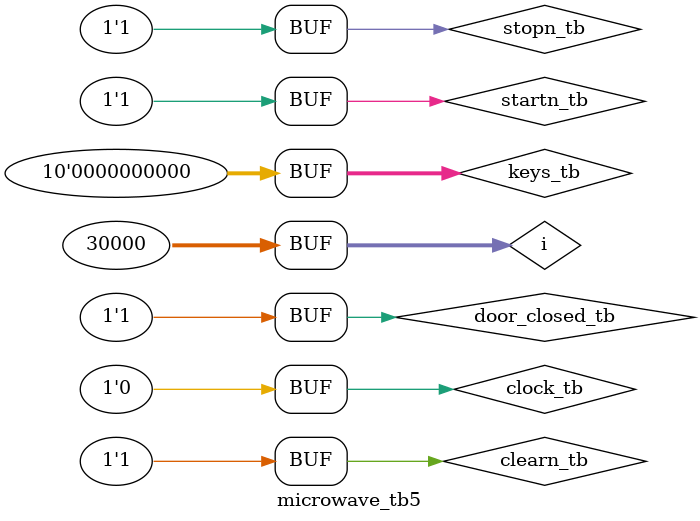
<source format=v>
`timescale 1ms / 1ms
`include "microwave.v"

module microwave_tb5();
    // Inputs
    reg startn_tb, stopn_tb, clearn_tb, door_closed_tb, clock_tb;
    reg [9:0] keys_tb;

    // Outputs
    wire mag_on_tb;
    wire [6:0] ssec_ones_tb;
    wire [6:0] ssec_tens_tb;
    wire [6:0] smin_tb;
    
    // Instantiate the Unit Under Test (UUT)
    microwave DUT (.startn(startn_tb), .stopn(stopn_tb), .clearn(clearn_tb),
                    .door_closed(door_closed_tb), .clock(clock_tb), .keys(keys_tb),
                    .mag_on(mag_on_tb), .ssec_ones(ssec_ones_tb), .ssec_tens(ssec_tens_tb), .smin(smin_tb));
    
    integer i;
    
    // clock generator
    initial 
        begin
            $dumpfile("microwave_tb5.vcd");
			$dumpvars(0,microwave_tb5);

               
            // Initialize Inputs
            clock_tb = 0; 
                    
            // create input clock 100Hz
            for (i = 0; i < 30000; i = i + 1) 
                #5 clock_tb = ~clock_tb;
                

        end
    
    // test cases

    initial
        begin
            startn_tb = 0; stopn_tb = 1; clearn_tb = 1; door_closed_tb = 1;
            #1 stopn_tb = 0; 
            #1;
            // condição inicial nenhuma chave presisonada e porta fechada
            startn_tb = 1; stopn_tb = 1; clearn_tb = 1; door_closed_tb = 1;
            //insere o dígito 
            keys_tb = 10'b0000000010; // carrega 1

            #50 keys_tb = 10'b0000000000; // solta a chave

            #150 keys_tb = 10'b0000000010; // carrega 1

            #50 keys_tb = 10'b0000000000; // solta a chave
            
            #150 keys_tb = 10'b0000000010; // carrega 1

            #50 keys_tb = 10'b0000000000; // solta a chave

            #150 keys_tb = 10'b0000000010; // carrega 1

            #50 keys_tb = 10'b0000000000; // solta a chave

            #150 keys_tb = 10'b0000000010; // carrega 1

            #50 keys_tb = 10'b0000000000; // solta a chave

            #150 keys_tb = 10'b0000000010; // carrega 1

            #50 keys_tb = 10'b0000000000; // solta a chave
            
            #150 keys_tb = 10'b0000000100; // carrega 2

            #50 keys_tb = 10'b0000000000; // solta a chave
            
            #150 keys_tb = 10'b0100000000; // carrega 8

            #50 keys_tb = 10'b0000000000; // solta a chave

            // liga-se o magnetron

            #200 startn_tb = 0; // pressiona
            #50 startn_tb = 1; // solta          


        end
        
endmodule

</source>
